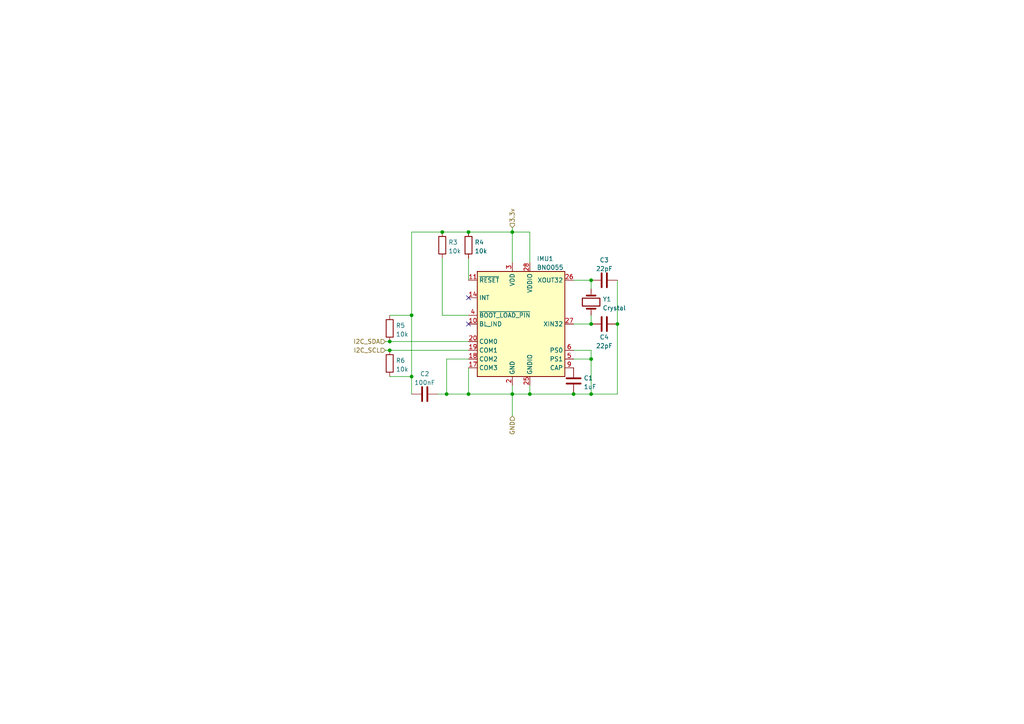
<source format=kicad_sch>
(kicad_sch (version 20211123) (generator eeschema)
  (paper "A4")
  (lib_symbols
    (symbol "Device:C" (pin_numbers hide) (pin_names (offset 0.254))
      (property "Reference" "C" (at 0.635 2.54 0))
      (property "Value" "C" (at 0.635 -2.54 0))
      (symbol "C_0_1"
        (polyline (pts (xy -2.032 -0.762) (xy 2.032 -0.762)) (stroke (width 0.508)))
        (polyline (pts (xy -2.032 0.762) (xy 2.032 0.762)) (stroke (width 0.508)))
      )
      (symbol "C_1_1"
        (pin passive line (at 0 3.81 270) (length 2.794) (name "~") (number "1"))
        (pin passive line (at 0 -3.81 90) (length 2.794) (name "~") (number "2"))
      )
    )
    (symbol "Device:Crystal" (pin_numbers hide) (pin_names (offset 1.016) hide)
      (property "Reference" "Y" (at 0 3.81 0))
      (property "Value" "Crystal" (at 0 -3.81 0))
      (symbol "Crystal_0_1"
        (rectangle (start -1.143 2.54) (end 1.143 -2.54) (stroke (width 0.3048)))
        (polyline (pts (xy -2.54 0) (xy -1.905 0)))
        (polyline (pts (xy -1.905 -1.27) (xy -1.905 1.27)) (stroke (width 0.508)))
        (polyline (pts (xy 1.905 -1.27) (xy 1.905 1.27)) (stroke (width 0.508)))
        (polyline (pts (xy 2.54 0) (xy 1.905 0)))
      )
      (symbol "Crystal_1_1"
        (pin passive line (at -3.81 0 0) (length 1.27) (name "1") (number "1"))
        (pin passive line (at 3.81 0 180) (length 1.27) (name "2") (number "2"))
      )
    )
    (symbol "Device:R" (pin_numbers hide) (pin_names (offset 0))
      (property "Reference" "R" (at 2.032 0 90))
      (property "Value" "R" (at 0 0 90))
      (symbol "R_0_1"
        (rectangle (start -1.016 -2.54) (end 1.016 2.54) (stroke (width 0.254)))
      )
      (symbol "R_1_1"
        (pin passive line (at 0 3.81 270) (length 1.27) (name "~") (number "1"))
        (pin passive line (at 0 -3.81 90) (length 1.27) (name "~") (number "2"))
      )
    )
    (symbol "Sensor_Motion:BNO055"
      (property "Reference" "U" (at -11.43 16.51 0))
      (property "Value" "BNO055" (at 12.7 16.51 0))
      (symbol "BNO055_0_1"
        (rectangle (start -12.7 15.24) (end 12.7 -15.24) (stroke (width 0.254)) (fill (type background)))
      )
      (symbol "BNO055_1_1"
        (pin no_connect line (at -12.7 10.16 0) (length 2.54) hide (name "PIN1") (number "1"))
        (pin output line (at -15.24 0 0) (length 2.54) (name "BL_IND") (number "10"))
        (pin input line (at -15.24 12.7 0) (length 2.54) (name "~{RESET}") (number "11"))
        (pin no_connect line (at 12.7 10.16 180) (length 2.54) hide (name "PIN12") (number "12"))
        (pin no_connect line (at 12.7 7.62 180) (length 2.54) hide (name "PIN13") (number "13"))
        (pin output line (at -15.24 7.62 0) (length 2.54) (name "INT") (number "14"))
        (pin passive line (at 2.54 -17.78 90) (length 2.54) hide (name "GNDIO") (number "15"))
        (pin passive line (at 2.54 -17.78 90) (length 2.54) hide (name "GNDIO") (number "16"))
        (pin input line (at -15.24 -12.7 0) (length 2.54) (name "COM3") (number "17"))
        (pin bidirectional line (at -15.24 -10.16 0) (length 2.54) (name "COM2") (number "18"))
        (pin bidirectional line (at -15.24 -7.62 0) (length 2.54) (name "COM1") (number "19"))
        (pin power_in line (at -2.54 -17.78 90) (length 2.54) (name "GND") (number "2"))
        (pin bidirectional line (at -15.24 -5.08 0) (length 2.54) (name "COM0") (number "20"))
        (pin no_connect line (at 12.7 5.08 180) (length 2.54) hide (name "PIN21") (number "21"))
        (pin no_connect line (at 12.7 2.54 180) (length 2.54) hide (name "PIN22") (number "22"))
        (pin no_connect line (at 12.7 -2.54 180) (length 2.54) hide (name "PIN23") (number "23"))
        (pin no_connect line (at 12.7 -5.08 180) (length 2.54) hide (name "PIN24") (number "24"))
        (pin power_in line (at 2.54 -17.78 90) (length 2.54) (name "GNDIO") (number "25"))
        (pin output line (at 15.24 12.7 180) (length 2.54) (name "XOUT32") (number "26"))
        (pin input line (at 15.24 0 180) (length 2.54) (name "XIN32") (number "27"))
        (pin power_in line (at 2.54 17.78 270) (length 2.54) (name "VDDIO") (number "28"))
        (pin power_in line (at -2.54 17.78 270) (length 2.54) (name "VDD") (number "3"))
        (pin input line (at -15.24 2.54 0) (length 2.54) (name "~{BOOT_LOAD_PIN}") (number "4"))
        (pin input line (at 15.24 -10.16 180) (length 2.54) (name "PS1") (number "5"))
        (pin input line (at 15.24 -7.62 180) (length 2.54) (name "PS0") (number "6"))
        (pin no_connect line (at -12.7 5.08 0) (length 2.54) hide (name "PIN7") (number "7"))
        (pin no_connect line (at -12.7 -2.54 0) (length 2.54) hide (name "PIN8") (number "8"))
        (pin passive line (at 15.24 -12.7 180) (length 2.54) (name "CAP") (number "9"))
      )
    )
  )
  (junction (at 171.45 93.98))
  (junction (at 119.38 109.22))
  (junction (at 113.03 99.06))
  (junction (at 135.89 67.31))
  (junction (at 148.59 67.31))
  (junction (at 119.38 91.44))
  (junction (at 171.45 104.14))
  (junction (at 113.03 101.6))
  (junction (at 171.45 81.28))
  (junction (at 148.59 114.3))
  (junction (at 128.27 67.31))
  (junction (at 179.07 93.98))
  (junction (at 166.37 114.3))
  (junction (at 153.67 114.3))
  (junction (at 129.54 114.3))
  (junction (at 135.89 114.3))
  (junction (at 171.45 114.3))
  (no_connect (at 135.89 86.36))
  (no_connect (at 135.89 93.98))
  (wire (pts (xy 179.07 114.3) (xy 171.45 114.3)))
  (wire (pts (xy 128.27 91.44) (xy 135.89 91.44)))
  (wire (pts (xy 148.59 111.76) (xy 148.59 114.3)))
  (wire (pts (xy 171.45 101.6) (xy 171.45 104.14)))
  (wire (pts (xy 166.37 93.98) (xy 171.45 93.98)))
  (wire (pts (xy 135.89 106.68) (xy 135.89 114.3)))
  (wire (pts (xy 166.37 104.14) (xy 171.45 104.14)))
  (wire (pts (xy 111.76 101.6) (xy 113.03 101.6)))
  (wire (pts (xy 113.03 109.22) (xy 119.38 109.22)))
  (wire (pts (xy 148.59 66.04) (xy 148.59 67.31)))
  (wire (pts (xy 153.67 111.76) (xy 153.67 114.3)))
  (wire (pts (xy 119.38 67.31) (xy 128.27 67.31)))
  (wire (pts (xy 171.45 83.82) (xy 171.45 81.28)))
  (wire (pts (xy 171.45 104.14) (xy 171.45 114.3)))
  (wire (pts (xy 129.54 114.3) (xy 135.89 114.3)))
  (wire (pts (xy 127 114.3) (xy 129.54 114.3)))
  (wire (pts (xy 119.38 67.31) (xy 119.38 91.44)))
  (wire (pts (xy 135.89 74.93) (xy 135.89 81.28)))
  (wire (pts (xy 113.03 99.06) (xy 135.89 99.06)))
  (wire (pts (xy 128.27 74.93) (xy 128.27 91.44)))
  (wire (pts (xy 135.89 104.14) (xy 129.54 104.14)))
  (wire (pts (xy 119.38 109.22) (xy 119.38 114.3)))
  (wire (pts (xy 153.67 114.3) (xy 166.37 114.3)))
  (wire (pts (xy 148.59 67.31) (xy 148.59 76.2)))
  (wire (pts (xy 135.89 114.3) (xy 148.59 114.3)))
  (wire (pts (xy 129.54 104.14) (xy 129.54 114.3)))
  (wire (pts (xy 171.45 81.28) (xy 166.37 81.28)))
  (wire (pts (xy 179.07 81.28) (xy 179.07 93.98)))
  (wire (pts (xy 179.07 93.98) (xy 179.07 114.3)))
  (wire (pts (xy 171.45 93.98) (xy 171.45 91.44)))
  (wire (pts (xy 148.59 114.3) (xy 148.59 120.65)))
  (wire (pts (xy 113.03 91.44) (xy 119.38 91.44)))
  (wire (pts (xy 128.27 67.31) (xy 135.89 67.31)))
  (wire (pts (xy 119.38 91.44) (xy 119.38 109.22)))
  (wire (pts (xy 166.37 114.3) (xy 171.45 114.3)))
  (wire (pts (xy 153.67 67.31) (xy 148.59 67.31)))
  (wire (pts (xy 135.89 67.31) (xy 148.59 67.31)))
  (wire (pts (xy 111.76 99.06) (xy 113.03 99.06)))
  (wire (pts (xy 148.59 114.3) (xy 153.67 114.3)))
  (wire (pts (xy 153.67 76.2) (xy 153.67 67.31)))
  (wire (pts (xy 166.37 101.6) (xy 171.45 101.6)))
  (wire (pts (xy 113.03 101.6) (xy 135.89 101.6)))
  (hierarchical_label "GND" (shape input) (at 148.59 120.65 270))
  (hierarchical_label "I2C_SDA" (shape input) (at 111.76 99.06 180))
  (hierarchical_label "3.3v" (shape input) (at 148.59 66.04 90))
  (hierarchical_label "I2C_SCL" (shape input) (at 111.76 101.6 180))
  (symbol (lib_id "Device:R") (at 128.27 71.12 0) (unit 1)
    (property "Reference" "R3" (at 130.048 70.2853 0) (effects (justify left)))
    (property "Value" "10k" (at 130.048 72.8222 0) (effects (justify left)))
    (property "Footprint" "Resistor_SMD:R_0805_2012Metric" (effects hide))
    (property "LCSC" "C17414" (effects hide))
  )
  (symbol (lib_id "Device:Crystal") (at 171.45 87.63 90) (unit 1)
    (property "Reference" "Y1" (at 174.7774 86.7953 90) (effects (justify right)))
    (property "Value" "Crystal" (at 174.7774 89.3322 90) (effects (justify right)))
    (property "Footprint" "Crystal:Crystal_SMD_3215-2Pin_3.2x1.5mm" (effects hide))
    (property "Freq" "32.768" (effects hide))
    (property "LCSC" "C5366532" (effects hide))
    (property "Cap" "12.5pF" (effects hide))
  )
  (symbol (lib_id "Device:R") (at 135.89 71.12 0) (unit 1)
    (property "Reference" "R4" (at 137.668 70.2853 0) (effects (justify left)))
    (property "Value" "10k" (at 137.668 72.8222 0) (effects (justify left)))
    (property "Footprint" "Resistor_SMD:R_0805_2012Metric" (effects hide))
    (property "LCSC" "C17414" (effects hide))
  )
  (symbol (lib_id "Device:C") (at 166.37 110.49 0) (unit 1)
    (property "Reference" "C1" (at 169.291 109.6553 0) (effects (justify left)))
    (property "Value" "1uF" (at 169.291 112.1922 0) (effects (justify left)))
    (property "Footprint" "Capacitor_SMD:C_0805_2012Metric" (effects hide))
    (property "LCSC" "C2940738" (effects hide))
  )
  (symbol (lib_id "Device:C") (at 123.19 114.3 90) (unit 1)
    (property "Reference" "C2" (at 123.19 108.4412 90))
    (property "Value" "100nF" (at 123.19 110.9781 90))
    (property "Footprint" "Capacitor_SMD:C_0805_2012Metric" (effects hide))
    (property "LCSC" "C49678" (effects hide))
  )
  (symbol (lib_id "Device:R") (at 113.03 105.41 0) (unit 1)
    (property "Reference" "R6" (at 114.808 104.5753 0) (effects (justify left)))
    (property "Value" "10k" (at 114.808 107.1122 0) (effects (justify left)))
    (property "Footprint" "Resistor_SMD:R_0805_2012Metric" (effects hide))
    (property "LCSC" "C17414" (effects hide))
  )
  (symbol (lib_id "Device:C") (at 175.26 93.98 90) (unit 1)
    (property "Reference" "C4" (at 175.26 97.79 90))
    (property "Value" "22pF" (at 175.26 100.3269 90))
    (property "Footprint" "Capacitor_SMD:C_0805_2012Metric" (effects hide))
    (property "LCSC" "C24658" (effects hide))
  )
  (symbol (lib_id "Device:C") (at 175.26 81.28 90) (unit 1)
    (property "Reference" "C3" (at 175.26 75.4212 90))
    (property "Value" "22pF" (at 175.26 77.9581 90))
    (property "Footprint" "Capacitor_SMD:C_0805_2012Metric" (effects hide))
    (property "LCSC" "C24658" (effects hide))
  )
  (symbol (lib_id "Device:R") (at 113.03 95.25 0) (unit 1)
    (property "Reference" "R5" (at 114.808 94.4153 0) (effects (justify left)))
    (property "Value" "10k" (at 114.808 96.9522 0) (effects (justify left)))
    (property "Footprint" "Resistor_SMD:R_0805_2012Metric" (effects hide))
    (property "LCSC" "C17414" (effects hide))
  )
  (symbol (lib_id "Sensor_Motion:BNO055") (at 151.13 93.98 0) (unit 1)
    (property "Reference" "IMU1" (at 155.6894 75.0402 0) (effects (justify left)))
    (property "Value" "BNO055" (at 155.6894 77.5771 0) (effects (justify left)))
    (property "Footprint" "Package_LGA:LGA-28_5.2x3.8mm_P0.5mm" (effects hide))
    (property "Datasheet" "https://ae-bst.resource.bosch.com/media/_tech/media/datasheets/BST_BNO055_DS000_14.pdf" (effects hide))
    (property "LCSC" "C93216" (effects hide))
  )
)
</source>
